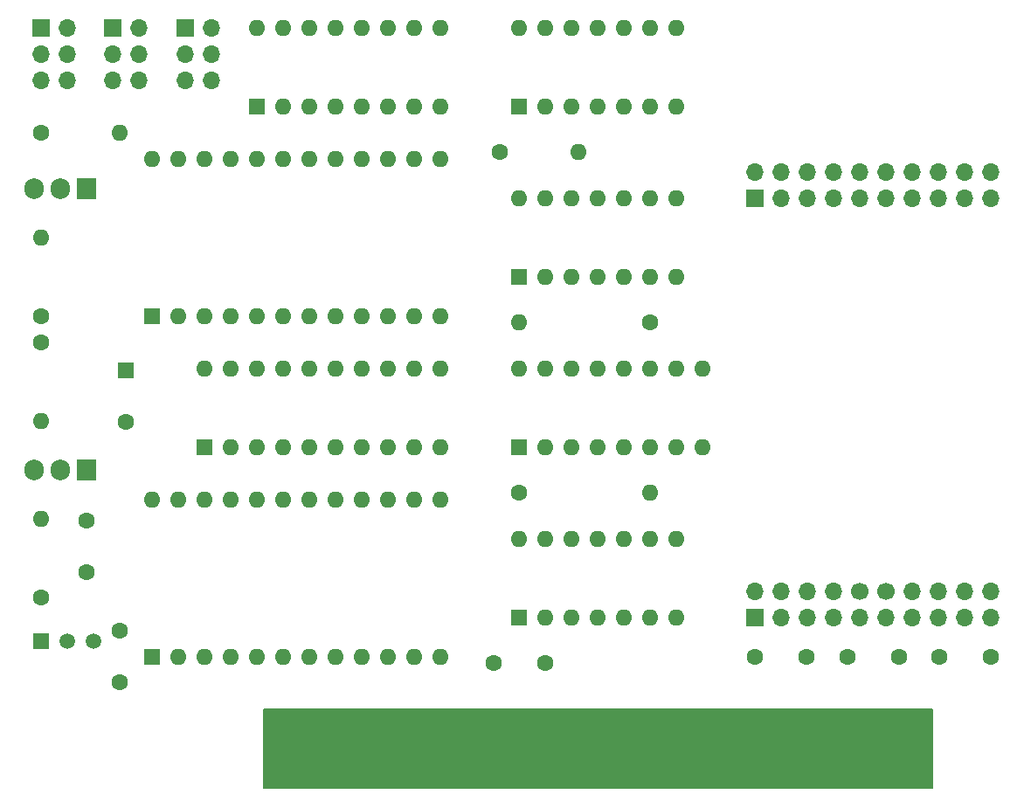
<source format=gbr>
%TF.GenerationSoftware,KiCad,Pcbnew,(6.0.5-0)*%
%TF.CreationDate,2022-08-03T01:41:10-07:00*%
%TF.ProjectId,DiskII,4469736b-4949-42e6-9b69-6361645f7063,rev?*%
%TF.SameCoordinates,Original*%
%TF.FileFunction,Soldermask,Top*%
%TF.FilePolarity,Negative*%
%FSLAX46Y46*%
G04 Gerber Fmt 4.6, Leading zero omitted, Abs format (unit mm)*
G04 Created by KiCad (PCBNEW (6.0.5-0)) date 2022-08-03 01:41:10*
%MOMM*%
%LPD*%
G01*
G04 APERTURE LIST*
G04 Aperture macros list*
%AMRoundRect*
0 Rectangle with rounded corners*
0 $1 Rounding radius*
0 $2 $3 $4 $5 $6 $7 $8 $9 X,Y pos of 4 corners*
0 Add a 4 corners polygon primitive as box body*
4,1,4,$2,$3,$4,$5,$6,$7,$8,$9,$2,$3,0*
0 Add four circle primitives for the rounded corners*
1,1,$1+$1,$2,$3*
1,1,$1+$1,$4,$5*
1,1,$1+$1,$6,$7*
1,1,$1+$1,$8,$9*
0 Add four rect primitives between the rounded corners*
20,1,$1+$1,$2,$3,$4,$5,0*
20,1,$1+$1,$4,$5,$6,$7,0*
20,1,$1+$1,$6,$7,$8,$9,0*
20,1,$1+$1,$8,$9,$2,$3,0*%
G04 Aperture macros list end*
%ADD10C,0.150000*%
%ADD11C,1.600000*%
%ADD12O,1.600000X1.600000*%
%ADD13RoundRect,0.317500X-0.317500X-3.365500X0.317500X-3.365500X0.317500X3.365500X-0.317500X3.365500X0*%
%ADD14R,1.600000X1.600000*%
%ADD15R,1.905000X2.000000*%
%ADD16O,1.905000X2.000000*%
%ADD17R,1.500000X1.500000*%
%ADD18C,1.500000*%
%ADD19R,1.700000X1.700000*%
%ADD20O,1.700000X1.700000*%
%ADD21C,1.700000*%
G04 APERTURE END LIST*
%TO.C,J1*%
G36*
X201295000Y-140980000D02*
G01*
X136525000Y-140980000D01*
X136525000Y-133360000D01*
X201295000Y-133360000D01*
X201295000Y-140980000D01*
G37*
D10*
X201295000Y-140980000D02*
X136525000Y-140980000D01*
X136525000Y-133360000D01*
X201295000Y-133360000D01*
X201295000Y-140980000D01*
%TD*%
D11*
%TO.C,R2*%
X114935000Y-97790000D03*
D12*
X114935000Y-105410000D03*
%TD*%
D11*
%TO.C,R3*%
X159385000Y-79375000D03*
D12*
X167005000Y-79375000D03*
%TD*%
D11*
%TO.C,C1*%
X163830000Y-128905000D03*
X158830000Y-128905000D03*
%TD*%
%TO.C,R4*%
X161290000Y-112395000D03*
D12*
X173990000Y-112395000D03*
%TD*%
D11*
%TO.C,R1*%
X114935000Y-122555000D03*
D12*
X114935000Y-114935000D03*
%TD*%
D13*
%TO.C,J1*%
X138430000Y-137043000D03*
X140970000Y-137043000D03*
X143510000Y-137043000D03*
X146050000Y-137043000D03*
X148590000Y-137043000D03*
X151130000Y-137043000D03*
X153670000Y-137043000D03*
X156210000Y-137043000D03*
X158750000Y-137043000D03*
X161290000Y-137043000D03*
X163830000Y-137043000D03*
X166370000Y-137043000D03*
X168910000Y-137043000D03*
X171450000Y-137043000D03*
X173990000Y-137043000D03*
X176530000Y-137043000D03*
X179070000Y-137043000D03*
X181610000Y-137043000D03*
X184150000Y-137043000D03*
X186690000Y-137043000D03*
X189230000Y-137043000D03*
X191770000Y-137043000D03*
X194310000Y-137043000D03*
X196850000Y-137043000D03*
X199390000Y-137043000D03*
%TD*%
D11*
%TO.C,C4*%
X122555000Y-130770000D03*
X122555000Y-125770000D03*
%TD*%
D14*
%TO.C,UC2*%
X161305000Y-107950000D03*
D12*
X163845000Y-107950000D03*
X166385000Y-107950000D03*
X168925000Y-107950000D03*
X171465000Y-107950000D03*
X174005000Y-107950000D03*
X176545000Y-107950000D03*
X179085000Y-107950000D03*
X179085000Y-100330000D03*
X176545000Y-100330000D03*
X174005000Y-100330000D03*
X171465000Y-100330000D03*
X168925000Y-100330000D03*
X166385000Y-100330000D03*
X163845000Y-100330000D03*
X161305000Y-100330000D03*
%TD*%
D14*
%TO.C,UD2*%
X161285000Y-124450000D03*
D12*
X163825000Y-124450000D03*
X166365000Y-124450000D03*
X168905000Y-124450000D03*
X171445000Y-124450000D03*
X173985000Y-124450000D03*
X176525000Y-124450000D03*
X176525000Y-116830000D03*
X173985000Y-116830000D03*
X171445000Y-116830000D03*
X168905000Y-116830000D03*
X166365000Y-116830000D03*
X163825000Y-116830000D03*
X161285000Y-116830000D03*
%TD*%
D14*
%TO.C,UD3*%
X125735000Y-128270000D03*
D12*
X128275000Y-128270000D03*
X130815000Y-128270000D03*
X133355000Y-128270000D03*
X135895000Y-128270000D03*
X138435000Y-128270000D03*
X140975000Y-128270000D03*
X143515000Y-128270000D03*
X146055000Y-128270000D03*
X148595000Y-128270000D03*
X151135000Y-128270000D03*
X153675000Y-128270000D03*
X153675000Y-113030000D03*
X151135000Y-113030000D03*
X148595000Y-113030000D03*
X146055000Y-113030000D03*
X143515000Y-113030000D03*
X140975000Y-113030000D03*
X138435000Y-113030000D03*
X135895000Y-113030000D03*
X133355000Y-113030000D03*
X130815000Y-113030000D03*
X128275000Y-113030000D03*
X125735000Y-113030000D03*
%TD*%
D11*
%TO.C,C6*%
X206970000Y-128270000D03*
X201970000Y-128270000D03*
%TD*%
D15*
%TO.C,Q2*%
X119380000Y-110180000D03*
D16*
X116840000Y-110180000D03*
X114300000Y-110180000D03*
%TD*%
D17*
%TO.C,Q1*%
X114935000Y-126725000D03*
D18*
X117475000Y-126725000D03*
X120015000Y-126725000D03*
%TD*%
D11*
%TO.C,C7*%
X184150000Y-128270000D03*
X189150000Y-128270000D03*
%TD*%
%TO.C,R5*%
X173990000Y-95885000D03*
D12*
X161290000Y-95885000D03*
%TD*%
D19*
%TO.C,SW3*%
X128900000Y-67310000D03*
D20*
X128900000Y-69850000D03*
X128900000Y-72390000D03*
X131440000Y-67310000D03*
X131440000Y-69850000D03*
X131440000Y-72390000D03*
%TD*%
D19*
%TO.C,J3*%
X184150000Y-83820000D03*
D20*
X184150000Y-81280000D03*
X186690000Y-83820000D03*
X186690000Y-81280000D03*
X189230000Y-83820000D03*
X189230000Y-81280000D03*
X191770000Y-83820000D03*
X191770000Y-81280000D03*
X194310000Y-83820000D03*
X194310000Y-81280000D03*
X196850000Y-83820000D03*
X196850000Y-81280000D03*
X199390000Y-83820000D03*
X199390000Y-81280000D03*
X201930000Y-83820000D03*
X201930000Y-81280000D03*
X204470000Y-83820000D03*
X204470000Y-81280000D03*
X207010000Y-83820000D03*
X207010000Y-81280000D03*
%TD*%
D19*
%TO.C,SW1*%
X114930000Y-67310000D03*
D20*
X114930000Y-69850000D03*
X114930000Y-72390000D03*
X117470000Y-67310000D03*
X117470000Y-69850000D03*
X117470000Y-72390000D03*
%TD*%
D14*
%TO.C,UA2*%
X161285000Y-74930000D03*
D12*
X163825000Y-74930000D03*
X166365000Y-74930000D03*
X168905000Y-74930000D03*
X171445000Y-74930000D03*
X173985000Y-74930000D03*
X176525000Y-74930000D03*
X176525000Y-67310000D03*
X173985000Y-67310000D03*
X171445000Y-67310000D03*
X168905000Y-67310000D03*
X166365000Y-67310000D03*
X163825000Y-67310000D03*
X161285000Y-67310000D03*
%TD*%
D14*
%TO.C,UC3*%
X130815000Y-107950000D03*
D12*
X133355000Y-107950000D03*
X135895000Y-107950000D03*
X138435000Y-107950000D03*
X140975000Y-107950000D03*
X143515000Y-107950000D03*
X146055000Y-107950000D03*
X148595000Y-107950000D03*
X151135000Y-107950000D03*
X153675000Y-107950000D03*
X153675000Y-100330000D03*
X151135000Y-100330000D03*
X148595000Y-100330000D03*
X146055000Y-100330000D03*
X143515000Y-100330000D03*
X140975000Y-100330000D03*
X138435000Y-100330000D03*
X135895000Y-100330000D03*
X133355000Y-100330000D03*
X130815000Y-100330000D03*
%TD*%
D14*
%TO.C,UB3*%
X125735000Y-95250000D03*
D12*
X128275000Y-95250000D03*
X130815000Y-95250000D03*
X133355000Y-95250000D03*
X135895000Y-95250000D03*
X138435000Y-95250000D03*
X140975000Y-95250000D03*
X143515000Y-95250000D03*
X146055000Y-95250000D03*
X148595000Y-95250000D03*
X151135000Y-95250000D03*
X153675000Y-95250000D03*
X153675000Y-80010000D03*
X151135000Y-80010000D03*
X148595000Y-80010000D03*
X146055000Y-80010000D03*
X143515000Y-80010000D03*
X140975000Y-80010000D03*
X138435000Y-80010000D03*
X135895000Y-80010000D03*
X133355000Y-80010000D03*
X130815000Y-80010000D03*
X128275000Y-80010000D03*
X125735000Y-80010000D03*
%TD*%
D11*
%TO.C,C3*%
X198080000Y-128270000D03*
X193080000Y-128270000D03*
%TD*%
%TO.C,R6*%
X114935000Y-77470000D03*
D12*
X122555000Y-77470000D03*
%TD*%
D15*
%TO.C,Q3*%
X119380000Y-82875000D03*
D16*
X116840000Y-82875000D03*
X114300000Y-82875000D03*
%TD*%
D11*
%TO.C,C5*%
X119380000Y-115102000D03*
X119380000Y-120102000D03*
%TD*%
D14*
%TO.C,UA3*%
X135905000Y-74930000D03*
D12*
X138445000Y-74930000D03*
X140985000Y-74930000D03*
X143525000Y-74930000D03*
X146065000Y-74930000D03*
X148605000Y-74930000D03*
X151145000Y-74930000D03*
X153685000Y-74930000D03*
X153685000Y-67310000D03*
X151145000Y-67310000D03*
X148605000Y-67310000D03*
X146065000Y-67310000D03*
X143525000Y-67310000D03*
X140985000Y-67310000D03*
X138445000Y-67310000D03*
X135905000Y-67310000D03*
%TD*%
D14*
%TO.C,C2*%
X123190000Y-100467349D03*
D11*
X123190000Y-105467349D03*
%TD*%
D19*
%TO.C,J2*%
X184150000Y-124460000D03*
D20*
X184150000Y-121920000D03*
X186690000Y-124460000D03*
X186690000Y-121920000D03*
X189230000Y-124460000D03*
X189230000Y-121920000D03*
X191770000Y-124460000D03*
X191770000Y-121920000D03*
X194310000Y-124460000D03*
D21*
X194310000Y-121920000D03*
D20*
X196850000Y-124460000D03*
D21*
X196850000Y-121920000D03*
D20*
X199390000Y-124460000D03*
X199390000Y-121920000D03*
X201930000Y-124460000D03*
X201930000Y-121920000D03*
X204470000Y-124460000D03*
X204470000Y-121920000D03*
X207010000Y-124460000D03*
X207010000Y-121920000D03*
%TD*%
D19*
%TO.C,SW2*%
X121915000Y-67310000D03*
D20*
X121915000Y-69850000D03*
X121915000Y-72390000D03*
X124455000Y-67310000D03*
X124455000Y-69850000D03*
X124455000Y-72390000D03*
%TD*%
D14*
%TO.C,UB2*%
X161285000Y-91430000D03*
D12*
X163825000Y-91430000D03*
X166365000Y-91430000D03*
X168905000Y-91430000D03*
X171445000Y-91430000D03*
X173985000Y-91430000D03*
X176525000Y-91430000D03*
X176525000Y-83810000D03*
X173985000Y-83810000D03*
X171445000Y-83810000D03*
X168905000Y-83810000D03*
X166365000Y-83810000D03*
X163825000Y-83810000D03*
X161285000Y-83810000D03*
%TD*%
D11*
%TO.C,R7*%
X114935000Y-95250000D03*
D12*
X114935000Y-87630000D03*
%TD*%
M02*

</source>
